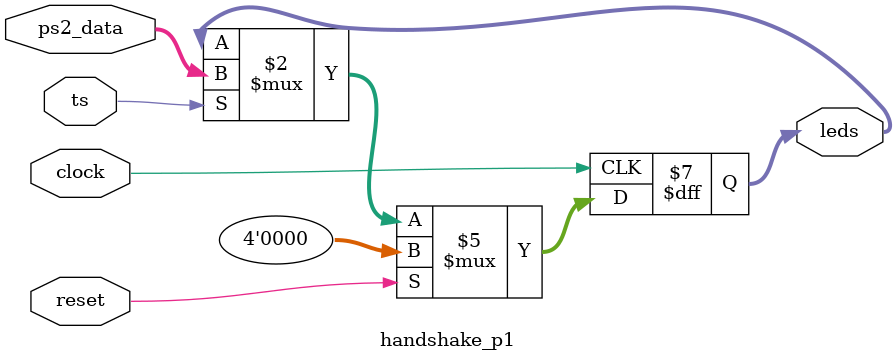
<source format=v>
module handshake_p1(input clock, reset,
					input [3:0] ps2_data, input ts,
					output reg [3:0] leds);

// Your code goes here...
always@(posedge clock)begin
	if(reset) begin
		leds <= 4'b0000;
	end
	else if(ts)begin
		leds <= ps2_data;
	end
	//else leds <= 4'b0000;
end

endmodule

</source>
